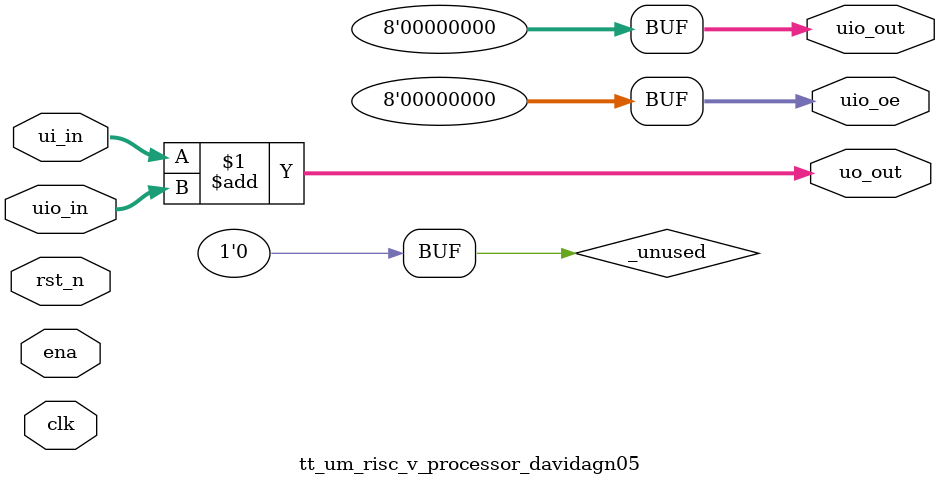
<source format=sv>
/*
 * Copyright (c) 2024 Your Name
 * SPDX-License-Identifier: Apache-2.0
 */

`default_nettype none

module tt_um_risc_v_processor_davidagn05 (
    input  logic [7:0] ui_in,    // Dedicated inputs
    output logic [7:0] uo_out,   // Dedicated outputs
    input  logic [7:0] uio_in,   // IOs: Input path
    output logic [7:0] uio_out,  // IOs: Output path
    output logic [7:0] uio_oe,   // IOs: Enable path (active high: 0=input, 1=output)
    input  logic       ena,      // always 1 when the design is powered, so you can ignore it
    input  logic       clk,      // clock
    input  logic       rst_n     // reset_n - low to reset
);

  // All output pins must be assigned. If not used, assign to 0.
  assign uo_out  = ui_in + uio_in;  // Example: ou_out is the sum of ui_in and uio_in
  assign uio_out = 0;
  assign uio_oe  = 0;

  // List all unused inputs to prevent warnings
  logic _unused = &{ena, clk, rst_n, 1'b0};

endmodule

</source>
